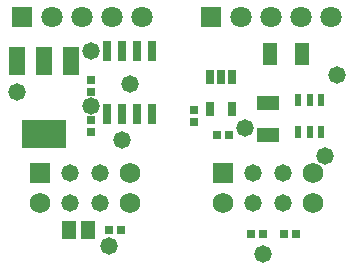
<source format=gts>
G04*
G04 #@! TF.GenerationSoftware,Altium Limited,Altium Designer,20.2.6 (244)*
G04*
G04 Layer_Color=8388736*
%FSLAX25Y25*%
%MOIN*%
G70*
G04*
G04 #@! TF.SameCoordinates,C884C1E4-69B8-4AE2-8FFD-ECE4C5FCCFCF*
G04*
G04*
G04 #@! TF.FilePolarity,Negative*
G04*
G01*
G75*
%ADD21R,0.02200X0.03850*%
%ADD26R,0.05524X0.09461*%
%ADD27R,0.14580X0.09461*%
%ADD28R,0.03162X0.06902*%
%ADD29R,0.02913X0.04685*%
%ADD30R,0.07493X0.05131*%
%ADD31R,0.02769X0.03162*%
%ADD32R,0.05131X0.07493*%
%ADD33R,0.03162X0.02769*%
%ADD34R,0.04737X0.05918*%
%ADD35C,0.05800*%
%ADD36C,0.06800*%
%ADD37R,0.06800X0.06800*%
%ADD38R,0.07099X0.07099*%
%ADD39C,0.07099*%
D21*
X198260Y159875D02*
D03*
X202000D02*
D03*
X205740D02*
D03*
Y149125D02*
D03*
X202000D02*
D03*
X198260D02*
D03*
D26*
X122555Y172909D02*
D03*
X113500D02*
D03*
X104445D02*
D03*
D27*
X113500Y148500D02*
D03*
D28*
X149500Y176260D02*
D03*
X144500D02*
D03*
X139500D02*
D03*
X134500D02*
D03*
X149500Y155000D02*
D03*
X144500D02*
D03*
X139500D02*
D03*
X134500D02*
D03*
D29*
X176240Y156685D02*
D03*
X168760D02*
D03*
Y167315D02*
D03*
X172500D02*
D03*
X176240D02*
D03*
D30*
X188000Y148185D02*
D03*
Y158815D02*
D03*
D31*
X163500Y156468D02*
D03*
Y152532D02*
D03*
X129000Y166469D02*
D03*
Y162531D02*
D03*
X129000Y149063D02*
D03*
Y153000D02*
D03*
D32*
X199315Y175000D02*
D03*
X188685D02*
D03*
D33*
X174969Y148000D02*
D03*
X171031D02*
D03*
X186469Y115000D02*
D03*
X182531D02*
D03*
X197500Y115000D02*
D03*
X193563D02*
D03*
X135031Y116500D02*
D03*
X138969D02*
D03*
D34*
X128150Y116500D02*
D03*
X121850D02*
D03*
D35*
X193000Y125500D02*
D03*
X183000D02*
D03*
Y135500D02*
D03*
X193000D02*
D03*
X132000D02*
D03*
X122000D02*
D03*
Y125500D02*
D03*
X132000D02*
D03*
X129000Y176000D02*
D03*
X139500Y146500D02*
D03*
X180500Y150500D02*
D03*
X207000Y141000D02*
D03*
X211000Y168000D02*
D03*
X186500Y108500D02*
D03*
X129000Y157681D02*
D03*
X142000Y165000D02*
D03*
X104500Y162500D02*
D03*
X135000Y111000D02*
D03*
D36*
X203000Y125500D02*
D03*
X173000D02*
D03*
X203000Y135500D02*
D03*
X142000D02*
D03*
X112000Y125500D02*
D03*
X142000D02*
D03*
D37*
X173000Y135500D02*
D03*
X112000D02*
D03*
D38*
X169000Y187500D02*
D03*
X106000D02*
D03*
D39*
X179000D02*
D03*
X189000D02*
D03*
X199000D02*
D03*
X209000D02*
D03*
X116000D02*
D03*
X126000D02*
D03*
X136000D02*
D03*
X146000D02*
D03*
M02*

</source>
